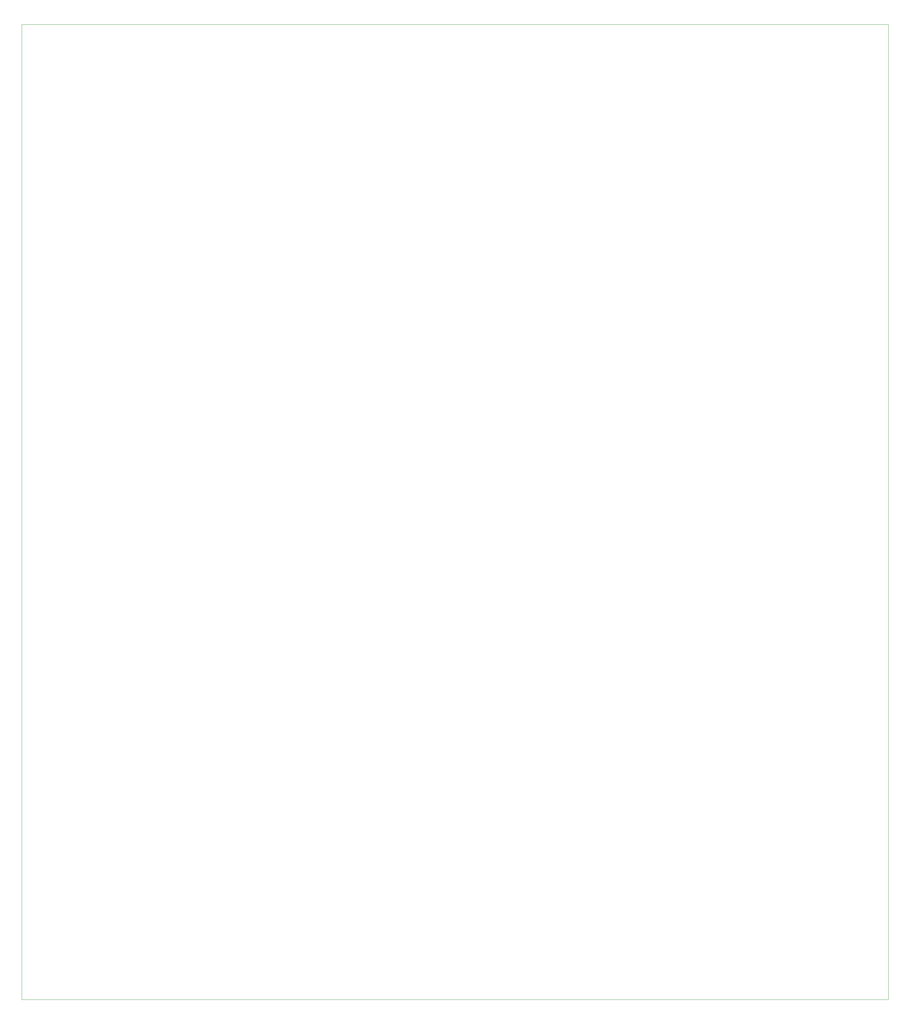
<source format=gbr>
G04 #@! TF.GenerationSoftware,KiCad,Pcbnew,5.1.4-3.fc30*
G04 #@! TF.CreationDate,2019-10-21T10:57:03+02:00*
G04 #@! TF.ProjectId,CarteScreening,43617274-6553-4637-9265-656e696e672e,rev?*
G04 #@! TF.SameCoordinates,Original*
G04 #@! TF.FileFunction,Profile,NP*
%FSLAX46Y46*%
G04 Gerber Fmt 4.6, Leading zero omitted, Abs format (unit mm)*
G04 Created by KiCad (PCBNEW 5.1.4-3.fc30) date 2019-10-21 10:57:03*
%MOMM*%
%LPD*%
G04 APERTURE LIST*
%ADD10C,0.050000*%
G04 APERTURE END LIST*
D10*
X270000000Y50000000D02*
X270000000Y-220000000D01*
X30000000Y50000000D02*
X270000000Y50000000D01*
X30000000Y-220000000D02*
X30000000Y50000000D01*
X30000000Y-220000000D02*
X270000000Y-220000000D01*
M02*

</source>
